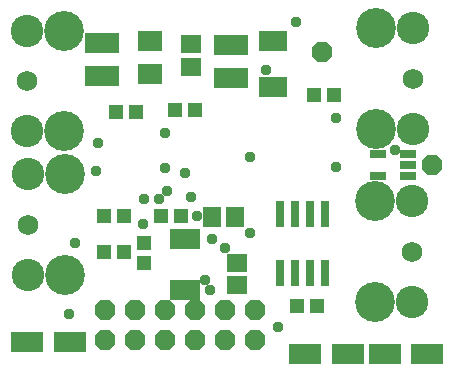
<source format=gbr>
G04 EAGLE Gerber X2 export*
%TF.Part,Single*%
%TF.FileFunction,Soldermask,Top,1*%
%TF.FilePolarity,Negative*%
%TF.GenerationSoftware,Autodesk,EAGLE,9.1.0*%
%TF.CreationDate,2018-08-06T08:45:11Z*%
G75*
%MOMM*%
%FSLAX34Y34*%
%LPD*%
%AMOC8*
5,1,8,0,0,1.08239X$1,22.5*%
G01*
%ADD10R,0.500300X1.753000*%
%ADD11R,1.389600X0.800300*%
%ADD12R,0.802300X2.171700*%
%ADD13R,1.303200X1.203200*%
%ADD14R,1.703200X1.503200*%
%ADD15R,2.403200X1.803200*%
%ADD16R,2.903200X1.803200*%
%ADD17R,2.803200X1.803200*%
%ADD18R,1.203200X1.303200*%
%ADD19R,2.003200X1.803200*%
%ADD20P,1.869504X8X292.500000*%
%ADD21P,1.869504X8X22.500000*%
%ADD22P,1.869504X8X202.500000*%
%ADD23R,1.503200X1.703200*%
%ADD24C,1.727200*%
%ADD25C,2.743200*%
%ADD26C,3.378200*%
%ADD27C,0.959600*%


D10*
X168420Y445857D03*
X163420Y445857D03*
X158420Y445857D03*
X153420Y445857D03*
X148420Y445857D03*
X148420Y402731D03*
X153420Y402731D03*
X158420Y402731D03*
X163420Y402731D03*
X168420Y402731D03*
D11*
X347350Y499075D03*
X347350Y508575D03*
X347350Y518075D03*
X322062Y518075D03*
X322062Y499075D03*
D12*
X239130Y417475D03*
X251830Y417475D03*
X264530Y417475D03*
X277230Y417475D03*
X277230Y466943D03*
X264530Y466943D03*
X251830Y466943D03*
X239130Y466943D03*
D13*
X138070Y465801D03*
X155070Y465801D03*
D14*
X163547Y610916D03*
X163547Y591916D03*
D15*
X232817Y613866D03*
X232817Y574866D03*
D13*
X284965Y567667D03*
X267965Y567667D03*
D16*
X87917Y612361D03*
X87917Y584361D03*
D17*
X327570Y348369D03*
X363570Y348369D03*
X260393Y348731D03*
X296393Y348731D03*
D13*
X117420Y553621D03*
X100420Y553621D03*
X89718Y434695D03*
X106718Y434695D03*
X253267Y389062D03*
X270267Y389062D03*
X89774Y465696D03*
X106774Y465696D03*
D17*
X61158Y358503D03*
X25158Y358503D03*
D18*
X124127Y425396D03*
X124127Y442396D03*
D19*
X128817Y613958D03*
X128817Y585958D03*
D13*
X150082Y555713D03*
X167082Y555713D03*
D16*
X197277Y610503D03*
X197277Y582503D03*
D20*
X367801Y509053D03*
D21*
X274443Y604154D03*
D22*
X217878Y360327D03*
X192478Y360327D03*
X167078Y360327D03*
X141678Y360327D03*
X116278Y360327D03*
X90878Y360327D03*
X217878Y385727D03*
X192478Y385727D03*
X167078Y385727D03*
X141678Y385727D03*
X116278Y385727D03*
X90878Y385727D03*
D23*
X181580Y464868D03*
X200580Y464868D03*
D14*
X202919Y426111D03*
X202919Y407111D03*
D24*
X351663Y581891D03*
D25*
X351663Y624436D03*
X351663Y539346D03*
D26*
X320167Y624436D03*
X320167Y539346D03*
D24*
X25338Y458372D03*
D25*
X25338Y415827D03*
X25338Y500917D03*
D26*
X56834Y415827D03*
X56834Y500917D03*
D24*
X350676Y435414D03*
D25*
X350676Y477959D03*
X350676Y392869D03*
D26*
X319180Y477959D03*
X319180Y392869D03*
D24*
X24917Y579914D03*
D25*
X24917Y537369D03*
X24917Y622459D03*
D26*
X56413Y537369D03*
X56413Y622459D03*
D27*
X122702Y458636D03*
X192595Y438843D03*
X158775Y501612D03*
X175350Y411068D03*
X136723Y480157D03*
X336112Y521266D03*
X226960Y588845D03*
X124189Y480106D03*
X286646Y507177D03*
X286646Y548180D03*
X213809Y450866D03*
X60016Y382432D03*
X179736Y402603D03*
X83056Y503996D03*
X65231Y442830D03*
X85232Y527378D03*
X169184Y465827D03*
X141560Y505803D03*
X141457Y535888D03*
X237083Y371590D03*
X252549Y630027D03*
X181421Y446052D03*
X163891Y481738D03*
X213954Y515269D03*
X143206Y486831D03*
M02*

</source>
